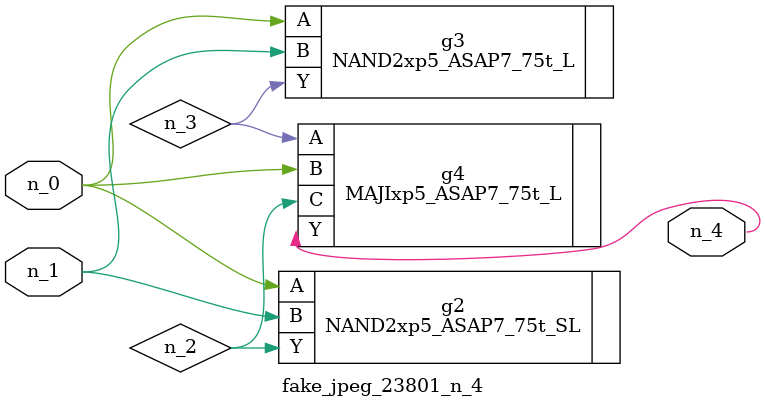
<source format=v>
module fake_jpeg_23801_n_4 (n_0, n_1, n_4);

input n_0;
input n_1;

output n_4;

wire n_3;
wire n_2;

NAND2xp5_ASAP7_75t_SL g2 ( 
.A(n_0),
.B(n_1),
.Y(n_2)
);

NAND2xp5_ASAP7_75t_L g3 ( 
.A(n_0),
.B(n_1),
.Y(n_3)
);

MAJIxp5_ASAP7_75t_L g4 ( 
.A(n_3),
.B(n_0),
.C(n_2),
.Y(n_4)
);


endmodule
</source>
